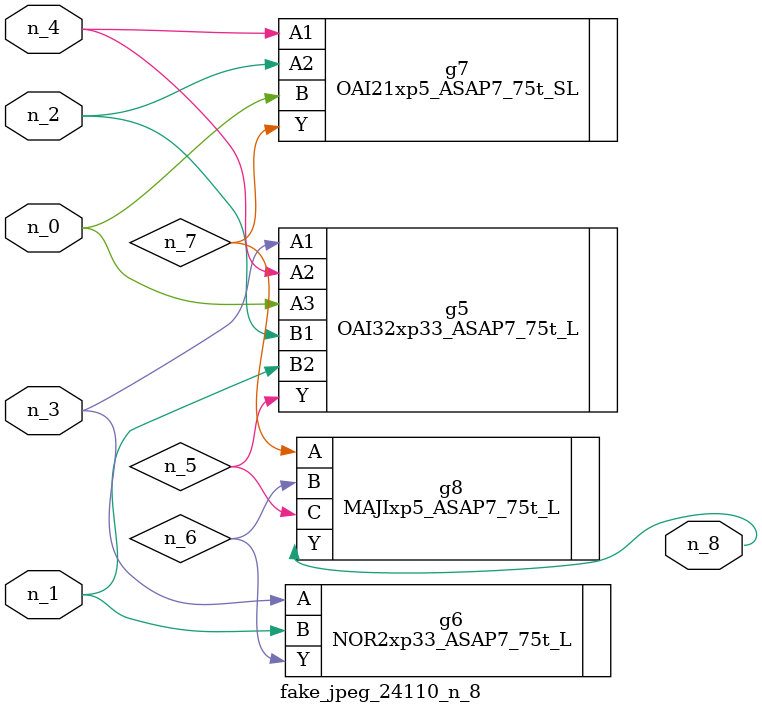
<source format=v>
module fake_jpeg_24110_n_8 (n_3, n_2, n_1, n_0, n_4, n_8);

input n_3;
input n_2;
input n_1;
input n_0;
input n_4;

output n_8;

wire n_6;
wire n_5;
wire n_7;

OAI32xp33_ASAP7_75t_L g5 ( 
.A1(n_3),
.A2(n_4),
.A3(n_0),
.B1(n_2),
.B2(n_1),
.Y(n_5)
);

NOR2xp33_ASAP7_75t_L g6 ( 
.A(n_3),
.B(n_1),
.Y(n_6)
);

OAI21xp5_ASAP7_75t_SL g7 ( 
.A1(n_4),
.A2(n_2),
.B(n_0),
.Y(n_7)
);

MAJIxp5_ASAP7_75t_L g8 ( 
.A(n_7),
.B(n_6),
.C(n_5),
.Y(n_8)
);


endmodule
</source>
